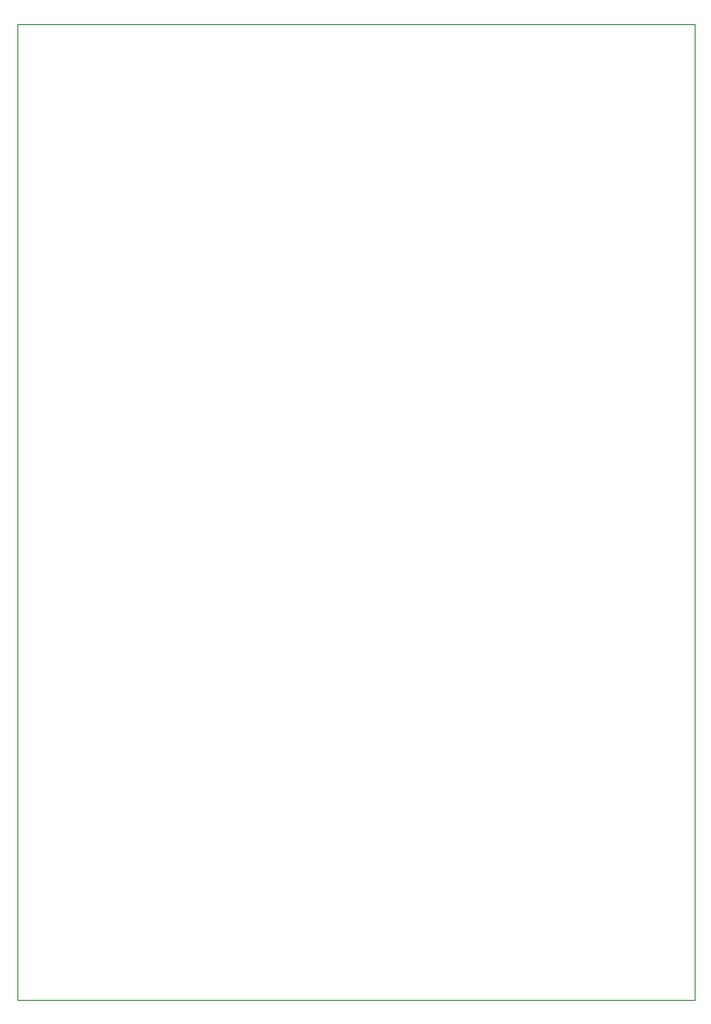
<source format=gbr>
G04*
G04 #@! TF.GenerationSoftware,Altium Limited,Altium Designer,22.4.2 (48)*
G04*
G04 Layer_Color=0*
%FSLAX25Y25*%
%MOIN*%
G70*
G04*
G04 #@! TF.SameCoordinates,486E1BA3-CE48-4A1D-B67F-52F2D9AC8645*
G04*
G04*
G04 #@! TF.FilePolarity,Positive*
G04*
G01*
G75*
%ADD94C,0.00100*%
D94*
X100000Y100000D02*
X334000D01*
Y436500D01*
X100000D01*
Y100000D01*
M02*

</source>
